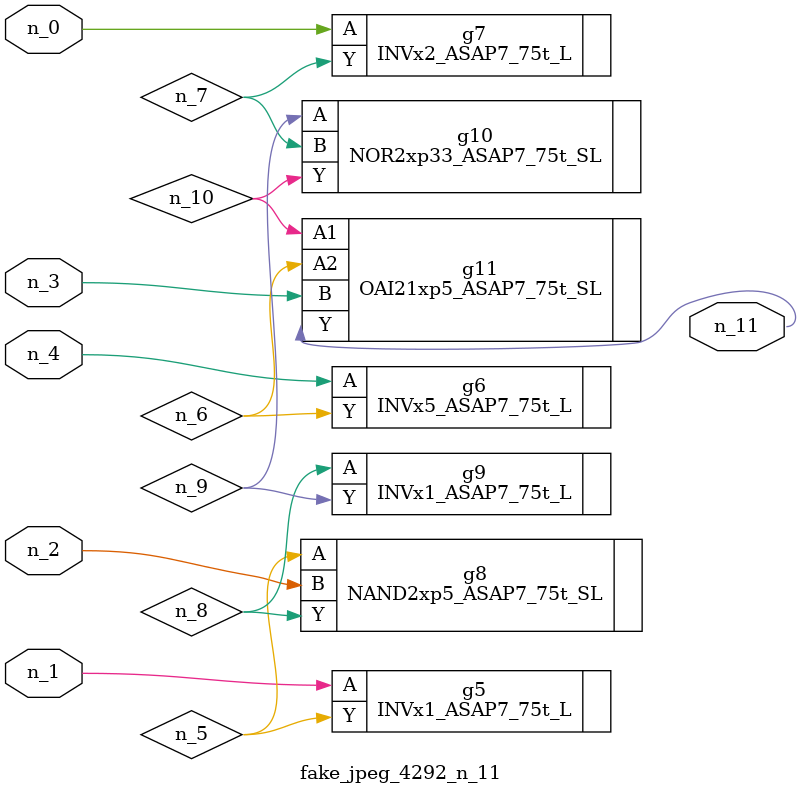
<source format=v>
module fake_jpeg_4292_n_11 (n_3, n_2, n_1, n_0, n_4, n_11);

input n_3;
input n_2;
input n_1;
input n_0;
input n_4;

output n_11;

wire n_10;
wire n_8;
wire n_9;
wire n_6;
wire n_5;
wire n_7;

INVx1_ASAP7_75t_L g5 ( 
.A(n_1),
.Y(n_5)
);

INVx5_ASAP7_75t_L g6 ( 
.A(n_4),
.Y(n_6)
);

INVx2_ASAP7_75t_L g7 ( 
.A(n_0),
.Y(n_7)
);

NAND2xp5_ASAP7_75t_SL g8 ( 
.A(n_5),
.B(n_2),
.Y(n_8)
);

INVx1_ASAP7_75t_L g9 ( 
.A(n_8),
.Y(n_9)
);

NOR2xp33_ASAP7_75t_SL g10 ( 
.A(n_9),
.B(n_7),
.Y(n_10)
);

OAI21xp5_ASAP7_75t_SL g11 ( 
.A1(n_10),
.A2(n_6),
.B(n_3),
.Y(n_11)
);


endmodule
</source>
